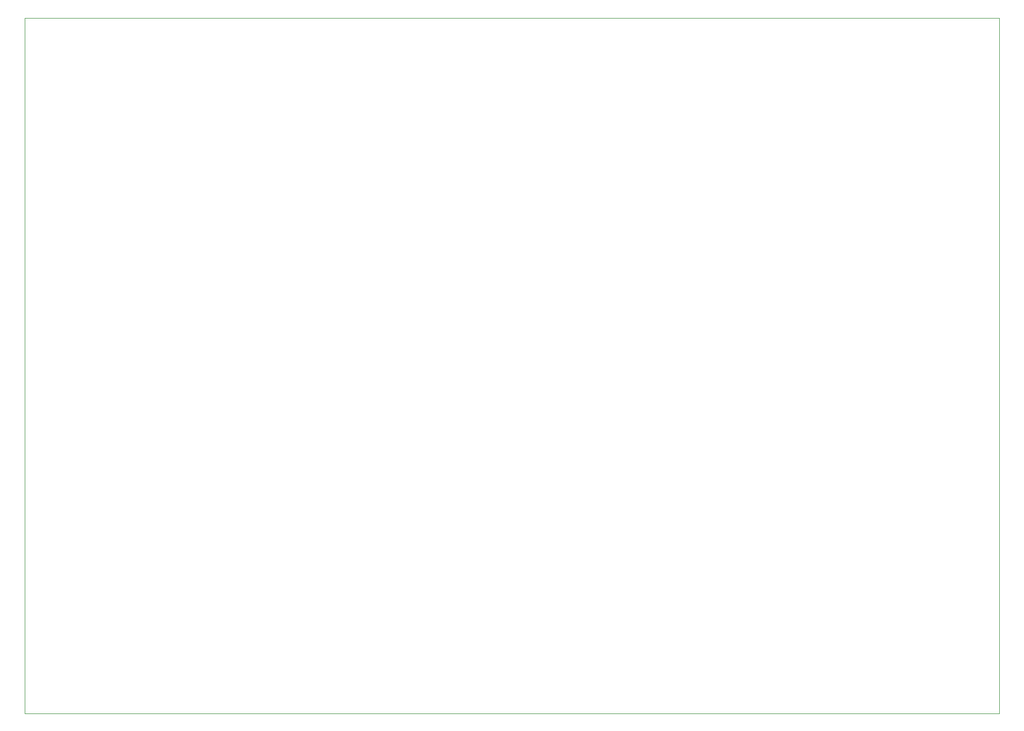
<source format=gm1>
G04 #@! TF.GenerationSoftware,KiCad,Pcbnew,(5.1.10)-1*
G04 #@! TF.CreationDate,2021-12-01T19:10:52-06:00*
G04 #@! TF.ProjectId,68k8,36386b38-2e6b-4696-9361-645f70636258,rev?*
G04 #@! TF.SameCoordinates,Original*
G04 #@! TF.FileFunction,Profile,NP*
%FSLAX46Y46*%
G04 Gerber Fmt 4.6, Leading zero omitted, Abs format (unit mm)*
G04 Created by KiCad (PCBNEW (5.1.10)-1) date 2021-12-01 19:10:52*
%MOMM*%
%LPD*%
G01*
G04 APERTURE LIST*
G04 #@! TA.AperFunction,Profile*
%ADD10C,0.100000*%
G04 #@! TD*
G04 APERTURE END LIST*
D10*
X292100000Y-10160000D02*
X292100000Y-124460000D01*
X132080000Y-10160000D02*
X292100000Y-10160000D01*
X132080000Y-124460000D02*
X132080000Y-10160000D01*
X292100000Y-124460000D02*
X132080000Y-124460000D01*
M02*

</source>
